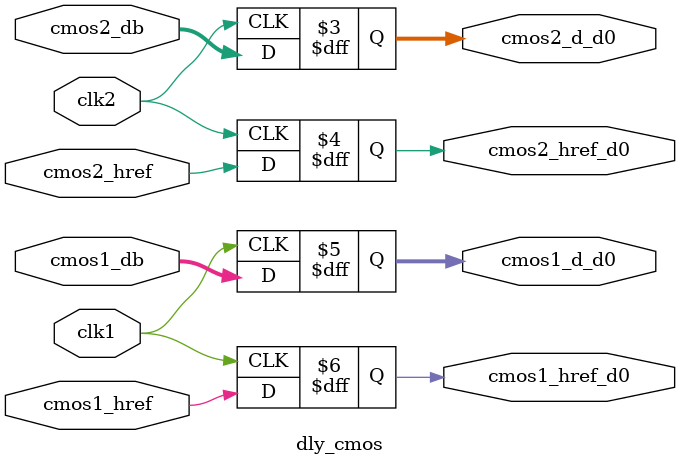
<source format=v>
`timescale 1ns / 1ps


module dly_cmos(
input                   clk1,
input                   clk2,
input[7:0]              cmos1_db,
input[7:0]              cmos2_db,
input                   cmos1_href,
input                   cmos2_href,
output reg[7:0]         cmos1_d_d0,
output reg[7:0]         cmos2_d_d0,
output reg              cmos1_href_d0,
output reg              cmos2_href_d0
    );
    
always@(posedge clk1)
begin
    cmos1_d_d0 <= cmos1_db;
    cmos1_href_d0 <= cmos1_href;
end  

always@(posedge clk2)
begin
    cmos2_d_d0 <= cmos2_db;
    cmos2_href_d0 <= cmos2_href;
end  
endmodule

</source>
